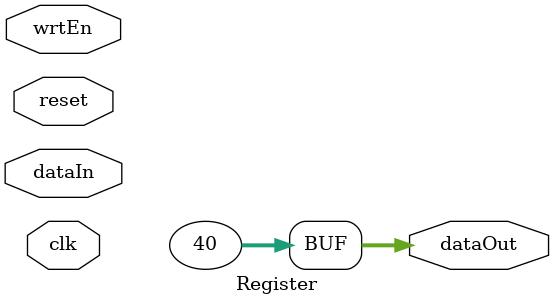
<source format=v>
module Register(clk, reset, wrtEn, dataIn, dataOut);
	parameter BIT_WIDTH = 32;
	parameter RESET_VALUE = 40;
	
	input clk, reset, wrtEn;
	input[BIT_WIDTH - 1: 0] dataIn;
	output[BIT_WIDTH - 1: 0] dataOut = RESET_VALUE;
	reg[BIT_WIDTH - 1: 0] dataOut;
	
	always @(posedge clk) begin
		if (reset == 1'b1)
			dataOut <= RESET_VALUE;
		else if (wrtEn == 1'b1)
			dataOut <= dataIn;
	end
	
endmodule
</source>
